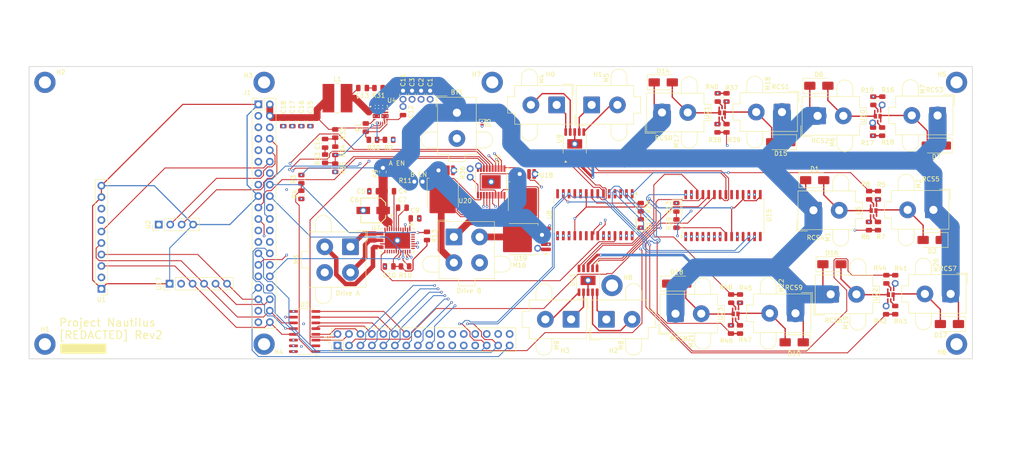
<source format=kicad_pcb>
(kicad_pcb
	(version 20241229)
	(generator "pcbnew")
	(generator_version "9.0")
	(general
		(thickness 1.6)
		(legacy_teardrops no)
	)
	(paper "A4")
	(layers
		(0 "F.Cu" signal)
		(4 "In1.Cu" signal)
		(6 "In2.Cu" signal)
		(2 "B.Cu" signal)
		(9 "F.Adhes" user "F.Adhesive")
		(11 "B.Adhes" user "B.Adhesive")
		(13 "F.Paste" user)
		(15 "B.Paste" user)
		(5 "F.SilkS" user "F.Silkscreen")
		(7 "B.SilkS" user "B.Silkscreen")
		(1 "F.Mask" user)
		(3 "B.Mask" user)
		(17 "Dwgs.User" user "User.Drawings")
		(19 "Cmts.User" user "User.Comments")
		(21 "Eco1.User" user "User.Eco1")
		(23 "Eco2.User" user "User.Eco2")
		(25 "Edge.Cuts" user)
		(27 "Margin" user)
		(31 "F.CrtYd" user "F.Courtyard")
		(29 "B.CrtYd" user "B.Courtyard")
		(35 "F.Fab" user)
		(33 "B.Fab" user)
		(39 "User.1" user)
		(41 "User.2" user)
		(43 "User.3" user)
		(45 "User.4" user)
	)
	(setup
		(stackup
			(layer "F.SilkS"
				(type "Top Silk Screen")
			)
			(layer "F.Paste"
				(type "Top Solder Paste")
			)
			(layer "F.Mask"
				(type "Top Solder Mask")
				(thickness 0.01)
			)
			(layer "F.Cu"
				(type "copper")
				(thickness 0.035)
			)
			(layer "dielectric 1"
				(type "prepreg")
				(thickness 0.1)
				(material "FR4")
				(epsilon_r 4.5)
				(loss_tangent 0.02)
			)
			(layer "In1.Cu"
				(type "copper")
				(thickness 0.035)
			)
			(layer "dielectric 2"
				(type "core")
				(thickness 1.24)
				(material "FR4")
				(epsilon_r 4.5)
				(loss_tangent 0.02)
			)
			(layer "In2.Cu"
				(type "copper")
				(thickness 0.035)
			)
			(layer "dielectric 3"
				(type "prepreg")
				(thickness 0.1)
				(material "FR4")
				(epsilon_r 4.5)
				(loss_tangent 0.02)
			)
			(layer "B.Cu"
				(type "copper")
				(thickness 0.035)
			)
			(layer "B.Mask"
				(type "Bottom Solder Mask")
				(thickness 0.01)
			)
			(layer "B.Paste"
				(type "Bottom Solder Paste")
			)
			(layer "B.SilkS"
				(type "Bottom Silk Screen")
			)
			(copper_finish "None")
			(dielectric_constraints no)
		)
		(pad_to_mask_clearance 0)
		(allow_soldermask_bridges_in_footprints no)
		(tenting front back)
		(pcbplotparams
			(layerselection 0x00000000_00000000_55555555_5755f5ff)
			(plot_on_all_layers_selection 0x00000000_00000000_00000000_00000000)
			(disableapertmacros no)
			(usegerberextensions yes)
			(usegerberattributes yes)
			(usegerberadvancedattributes yes)
			(creategerberjobfile yes)
			(dashed_line_dash_ratio 12.000000)
			(dashed_line_gap_ratio 3.000000)
			(svgprecision 4)
			(plotframeref yes)
			(mode 1)
			(useauxorigin no)
			(hpglpennumber 1)
			(hpglpenspeed 20)
			(hpglpendiameter 15.000000)
			(pdf_front_fp_property_popups yes)
			(pdf_back_fp_property_popups yes)
			(pdf_metadata yes)
			(pdf_single_document no)
			(dxfpolygonmode yes)
			(dxfimperialunits yes)
			(dxfusepcbnewfont yes)
			(psnegative no)
			(psa4output no)
			(plot_black_and_white yes)
			(sketchpadsonfab no)
			(plotpadnumbers no)
			(hidednponfab no)
			(sketchdnponfab yes)
			(crossoutdnponfab yes)
			(subtractmaskfromsilk yes)
			(outputformat 1)
			(mirror no)
			(drillshape 0)
			(scaleselection 1)
			(outputdirectory "../Avionics_Rev2/Gerbers/")
		)
	)
	(net 0 "")
	(net 1 "GND")
	(net 2 "+BATT")
	(net 3 "+5V")
	(net 4 "Net-(U7-CP)")
	(net 5 "Net-(U7-CPL)")
	(net 6 "Net-(U7-CPH)")
	(net 7 "Net-(C4-Pad1)")
	(net 8 "Net-(U7-DVDD)")
	(net 9 "Net-(U7-AVDD)")
	(net 10 "Net-(D12-A)")
	(net 11 "Net-(D13-A)")
	(net 12 "/Gpio2")
	(net 13 "/Gpio0")
	(net 14 "Net-(D1-A)")
	(net 15 "Net-(J1-GPIO_15)")
	(net 16 "Net-(D14-A)")
	(net 17 "/Gpio5")
	(net 18 "Net-(D15-A)")
	(net 19 "Net-(D16-A)")
	(net 20 "Net-(D17-A)")
	(net 21 "Net-(J1-GPIO_14)")
	(net 22 "Net-(D18-A)")
	(net 23 "Net-(D19-A)")
	(net 24 "/Gpio3")
	(net 25 "/Gpio6")
	(net 26 "/SPI1.SCLK")
	(net 27 "unconnected-(J1-GPIO_2-Pad3)")
	(net 28 "/I2C0.SCL")
	(net 29 "/SPI0.MOSI")
	(net 30 "/Gpio1")
	(net 31 "+3V3")
	(net 32 "/SPI1.CE2")
	(net 33 "/SPI0.MISO")
	(net 34 "/Gpio8")
	(net 35 "/Pwm1")
	(net 36 "/Pwm0")
	(net 37 "/Gpio4")
	(net 38 "/Gpio7")
	(net 39 "/I2C0.SDA")
	(net 40 "unconnected-(J1-GPIO_7-Pad26)")
	(net 41 "unconnected-(J1-GPIO_3-Pad5)")
	(net 42 "/A4")
	(net 43 "unconnected-(J2-Pin_21-Pad21)")
	(net 44 "/D22")
	(net 45 "unconnected-(J2-Pin_23-Pad23)")
	(net 46 "unconnected-(J2-Pin_18-Pad18)")
	(net 47 "/D25")
	(net 48 "unconnected-(J2-Pin_16-Pad16)")
	(net 49 "unconnected-(J2-Pin_19-Pad19)")
	(net 50 "/D23")
	(net 51 "/A6")
	(net 52 "/D27")
	(net 53 "/A7")
	(net 54 "/A1")
	(net 55 "/A5")
	(net 56 "unconnected-(J2-Pin_25-Pad25)")
	(net 57 "/D29")
	(net 58 "/A2")
	(net 59 "/D26")
	(net 60 "/A3")
	(net 61 "/D24")
	(net 62 "/D28")
	(net 63 "/D30")
	(net 64 "Net-(M3-A)")
	(net 65 "Net-(M3-C)")
	(net 66 "Net-(M3-B)")
	(net 67 "/SPI1.MOSI")
	(net 68 "/SPI1.CE1")
	(net 69 "/SPI0.CE0")
	(net 70 "/SPI0.SCLK")
	(net 71 "/SPI1.MISO")
	(net 72 "/SPI1.CE0")
	(net 73 "Net-(M4--)")
	(net 74 "Net-(M4-+)")
	(net 75 "Net-(M5-+)")
	(net 76 "/A0")
	(net 77 "Net-(U6-G1)")
	(net 78 "/D0")
	(net 79 "/D1")
	(net 80 "Net-(U6-G2)")
	(net 81 "Net-(M5--)")
	(net 82 "/D8")
	(net 83 "/D7")
	(net 84 "Net-(M8-+)")
	(net 85 "Net-(M8--)")
	(net 86 "/D6")
	(net 87 "/D5")
	(net 88 "Net-(U10-G1)")
	(net 89 "Net-(U10-G2)")
	(net 90 "/D10")
	(net 91 "/D9")
	(net 92 "Net-(M9-+)")
	(net 93 "Net-(M9--)")
	(net 94 "/D12")
	(net 95 "/D11")
	(net 96 "Net-(U18-S1)")
	(net 97 "Net-(U21-G1)")
	(net 98 "/D15")
	(net 99 "/D31")
	(net 100 "unconnected-(U1-INT-Pad7)")
	(net 101 "unconnected-(U7-NC-Pad24)")
	(net 102 "unconnected-(U7-NC-Pad25)")
	(net 103 "unconnected-(U7-DACOUT2{slash}_SOX-Pad36)")
	(net 104 "unconnected-(U7-NC-Pad39)")
	(net 105 "/D2")
	(net 106 "/D3")
	(net 107 "unconnected-(U7-DACOUT2-Pad38)")
	(net 108 "unconnected-(U7-NC-Pad22)")
	(net 109 "unconnected-(U7-DACOUT1-Pad37)")
	(net 110 "unconnected-(U7-NC-Pad23)")
	(net 111 "unconnected-(U7-EXT_CLK-Pad33)")
	(net 112 "unconnected-(U7-EXT_WD-Pad32)")
	(net 113 "/D4")
	(net 114 "unconnected-(U8-INTB-Pad19)")
	(net 115 "/D14")
	(net 116 "unconnected-(U8-NC-Pad11)")
	(net 117 "unconnected-(U8-INTA-Pad20)")
	(net 118 "unconnected-(U8-NC-Pad14)")
	(net 119 "/D13")
	(net 120 "/D17")
	(net 121 "/D16")
	(net 122 "unconnected-(U15-NC-Pad11)")
	(net 123 "unconnected-(U15-INTA-Pad20)")
	(net 124 "/D21")
	(net 125 "/D20")
	(net 126 "unconnected-(U15-INTB-Pad19)")
	(net 127 "/D18")
	(net 128 "/D19")
	(net 129 "unconnected-(U15-NC-Pad14)")
	(net 130 "Net-(U4-VCC)")
	(net 131 "Net-(C13-Pad1)")
	(net 132 "Net-(C13-Pad2)")
	(net 133 "Net-(C14-Pad2)")
	(net 134 "Net-(C14-Pad1)")
	(net 135 "Net-(U21-G2)")
	(net 136 "Net-(U22-G1)")
	(net 137 "Net-(U22-G2)")
	(net 138 "Net-(U23-G1)")
	(net 139 "unconnected-(J2-Pin_32-Pad32)")
	(net 140 "Net-(U23-G2)")
	(net 141 "Net-(U19-G1)")
	(net 142 "Net-(U20-G1)")
	(net 143 "Net-(M16-C)")
	(net 144 "Net-(M16-A)")
	(net 145 "Net-(M16-B)")
	(net 146 "Net-(U4-PG)")
	(net 147 "Net-(U4-EN)")
	(net 148 "Net-(U4-VBST)")
	(net 149 "Net-(U4-FB)")
	(net 150 "unconnected-(U7-SW_BK-Pad5)")
	(net 151 "Net-(D2-A)")
	(net 152 "Net-(U18-G1)")
	(net 153 "Net-(U20-G2)")
	(net 154 "Net-(D6-A)")
	(net 155 "Net-(D7-A)")
	(net 156 "Net-(U18-G2)")
	(net 157 "Net-(U19-G2)")
	(net 158 "Net-(U18-S2)")
	(footprint "Package_SO:SSOP-10-1EP_3.9x4.9mm_P1mm_EP2.1x3.3mm" (layer "F.Cu") (at 142.2 64.6125 -90))
	(footprint "Package_SO:SOIC-16_3.9x9.9mm_P1.27mm" (layer "F.Cu") (at 79.475 75.945 180))
	(footprint "Package_TO_SOT_SMD:TO-252-4" (layer "F.Cu") (at 110.03 45.29 -90))
	(footprint "Capacitor_SMD:C_0805_2012Metric" (layer "F.Cu") (at 84 34.25 90))
	(footprint "Nautilus:CONV_TPS513885VABR" (layer "F.Cu") (at 96.3 27.85))
	(footprint "Resistor_SMD:R_0805_2012Metric" (layer "F.Cu") (at 205.325 24.8375 -90))
	(footprint "Resistor_SMD:R_0805_2012Metric" (layer "F.Cu") (at 175.825 75.4925 90))
	(footprint "Package_SO:SSOP-10-1EP_3.9x4.9mm_P1mm_EP2.1x3.3mm" (layer "F.Cu") (at 139.25 34.3875 90))
	(footprint "Resistor_SMD:R_0805_2012Metric" (layer "F.Cu") (at 98.1625 33.477))
	(footprint "Resistor_SMD:R_0805_2012Metric" (layer "F.Cu") (at 78.75 45.6625 -90))
	(footprint "Capacitor_SMD:C_0805_2012Metric" (layer "F.Cu") (at 98.174999 61.525))
	(footprint "Connector_Molex:Molex_Mega-Fit_76829-0002_2x01_P5.70mm_Vertical" (layer "F.Cu") (at 192.0818 49.09 90))
	(footprint "Resistor_SMD:R_0805_2012Metric" (layer "F.Cu") (at 173.825 75.4925 90))
	(footprint "Resistor_SMD:R_0805_2012Metric" (layer "F.Cu") (at 172.84 24.0875 -90))
	(footprint "MountingHole:MountingHole_2.7mm_M2.5_DIN965_Pad" (layer "F.Cu") (at 70.5 20.75))
	(footprint "Resistor_SMD:R_0805_2012Metric" (layer "F.Cu") (at 175.825 68.6675 -90))
	(footprint "Connector_Molex:Molex_Mega-Fit_76829-0004_2x02_P5.70mm_Vertical"
		(layer "F.Cu")
		(uuid "1dc766f0-81fa-4f19-9ac9-024b81dc6035")
		(at 89.624999 57.17 -90)
		(descr "Molex Mega-Fit Power Connectors, 76829-0004 (compatible alternatives: 172065-0004, 172065-1004), 2 Pins per row (http://www.molex.com/pdm_docs/sd/768290004_sd.pdf), generated with kicad-footprint-generator")
		(tags "connector Molex Mega-Fit vertical")
		(property "Reference" "M3"
			(at 2.83 12.025 90)
			(layer "F.SilkS")
			(uuid "2b273a8a-2c46-487e-a03e-4fda46fd9925")
			(effects
				(font
					(size 1 1)
					(thickness 0.15)
				)
			)
		)
		(property "Value" "Drive0"
			(at 2.83 13.525 90)
			(layer "F.Fab")
			(uuid "8a61ac8f-1fe0-4201-b6a4-cc7b64fe6533")
			(effects
				(font
					(size 1 1)
					(thickness 0.15)
				)
			)
		)
		(property "Datasheet" ""
			(at 0 0 90)
			(layer "F.Fab")
			(hide yes)
			(uuid "af7f1d89-c1d3-4198-8e44-e2097d283512")
			(effects
				(font
					(size 1.27 1.27)
					(thickness 0.15)
				)
			)
		)
		(property "Description" ""
			(at 0 0 90)
			(layer "F.Fab")
			(hide yes)
			(uuid "03661014-f597-4bd8-a49d-ae5c1bfb9cde")
			(effects
				(font
					(size 1.27 1.27)
					(thickness 0.15)
				)
			)
		)
		(path "/967954ea-530d-4a94-ac4f-d0d6c99c01a4/8772c904-a940-4ed1-9bcf-d77ddb01c857")
		(sheetname "/Motors/")
		(sheetfile "motors.kicad_sch")
		(attr through_hole)
		(fp_line
			(start 1.04 10.83)
			(end 2.85 10.83)
			(stroke
				(width 0.12)
				(type solid)
			)
			(layer "F.SilkS")
			(uuid "36b0dd96-64ba-407c-baf5-455d565f5ac5")
		)
		(fp_line
			(start 4.66 10.83)
			(end 2.85 10.83)
			(stroke
				(width 0.12)
				(type solid)
			)
			(layer "F.SilkS")
			(uuid "086788fc-aaaa-42ff-a353-d9d33c46d082")
		)
		(fp_line
			(start -3.285 9.28)
			(end 1.04 9.28)
			(stroke
				(width 0.12)
				(type solid)
			)
			(layer "F.SilkS")
			(uuid "a1ab2a26-691c-4e92-94ab-f6028374a788")
		)
		(fp_line
			(start 1.04 9.28)
			(end 1.04 10.83)
			(stroke
				(width 0.12)
				(type solid)
			)
			(layer "F.SilkS")
			(uuid "8fca0162-e8cc-493a-af1d-973d6f8f0561")
		)
		(fp_line
			(start 4.66 9.28)
			(end 4.66 10.83)
			(stroke
				(width 0.12)
				(type solid)
			)
			(layer "F.SilkS")
			(uuid "346215fe-d5c9-4d0c-98a4-f2c2f1633363")
		)
		(fp_line
			(start 8.985 9.28)
			(end 4.66 9.28)
			(stroke
				(width 0.12)
				(type solid)
			)
			(layer "F.SilkS")
			(uuid "cadc2f41-14b4-4863-b214-96be241d4246")
		)
		(fp_line
			(start -5.17 7.785)
			(end -3.285 7.785)
			(stroke
				(width 0.12)
				(type solid)
			)
			(layer "F.SilkS")
			(uuid "281b4a06-58fd-4c13-873b-de8179b07999")
		)
		(fp_line
			(start 10.87 7.785)
			(end 8.985 7.785)
			(stroke
				(width 0.12)
				(type solid)
			)
			(layer "F.SilkS")
			(uuid "de38e4ad-1c72-4938-9b03-6bfb4c07e8ef")
		)
		(fp_line
			(start -5.17 4.265)
			(end -3.285 4.265)
			(stroke
				(width 0.12)
				(type solid)
			)
			(layer "F.SilkS")
			(uuid "c6b5c0b1-d94d-47a7-addc-a7251b2631f2")
		)
		(fp_line
			(start 10.87 4.265)
			(end 8.985 4.265)
			(stroke
				(width 0.12)
				(type solid)
			)
			(layer "F.SilkS")
			(uuid "135b4335-ce80-4496-ae58-07930b99b490")
		)
		(fp_line
			(start -3.585 -1.31)
			(end -3.585 -3.72)
			(stroke
				(width 0.12)
				(type solid)
			)
			(layer "F.SilkS")
			(uuid "8b1632b1-3892-4679-8dd7-3178de1bd180")
		)
		(fp_line
			(start -3.285 -3.42)
			(end -3.285 9.28)
			(stroke
				(width 0.12)
				(type solid)
			)
			(layer "F.SilkS")
			(uuid "5b837eb4-a966-4355-8831-71c812d8aea8")
		)
		(fp_line
			(start 2.85 -3.42)
			(end -3.285 -3.42)
			(stroke
				(width 0.12)
				(type solid)
			)
			(layer "F.SilkS")
			(uuid "c68eb023-53dd-46bd-b85e-42dde789f287")
		)
		(fp_line
			(start 2.85 -3.42)
			(end 8.985 -3.42)
			(stroke
				(width 0.12)
				(type solid)
			)
			(layer "F.SilkS")
			(uuid "612b1309-dcbf-4662-9882-861303801906")
		)
		(fp_line
			(start 8.985 -3.42)
			(end 8.985 9.28)
			(stroke
				(width 0.12)
				(type solid)
			)
			(layer "F.SilkS")
			(uuid "52cbfeb3-dff6-4774-80e3-0b8582d2be12")
		)
		(fp_line
			(start -3.585 -3.72)
			(end -1.175 -3.72)
			(stroke
				(width 0.12)
				(type solid)
			)
			(layer "F.SilkS")
			(uuid "d80be535-b084-47ce-9e47-0aff50cf3867")
		)
		(fp_arc
			(start -5.17 7.785)
			(mid -6.93 6.025)
			(end -5.17 4.265)
			(stroke
				(width 0.12)
				(type solid)
			)
			(layer "F.SilkS")
			(uuid "cd271cc5-87dd-49ac-9975-f966474b85df")
		)
		(fp_arc
			(start 10.87 4.265)
			(mid 12.63 6.025)
			(end 10.87 7.785)
			(stroke
				(width 0.12)
				(type solid)
			)
			(layer "F.SilkS")
			(uuid "783f73ae-2320-4d1e-9c7f-b121e58efb46")
		)
		(fp_line
			(start -7.2 11.22)
			(end 12.9 11.22)
			(stroke
				(width 0.05)
				(type solid)
			)
			(layer "F.CrtYd")
			(uuid "57580674-bb57-4c4e-bdae-57944c6b7eaa")
		)
		(fp_line
			(start 12.9 11.22)
			(end 12.9 4)
			(stroke
				(width 0.05)
				(type solid)
			)
			(layer "F.CrtYd")
			(uuid "e66dd4cd-908d-401f-88cb-7b11e53a9279")
		)
		(fp_line
			(start -7.2 4)
			(end -7.2 11.22)
			(stroke
				(width 0.05)
				(type solid)
			)
			(layer "F.CrtYd")
			(uuid "f55a856a-a765-49a9-8c2b-3008fab6058a")
		)
		(fp_line
			(start -3.68 4)
			(end -7.2 4)
			(stroke
				(width 0.05)
				(type solid)
			)
			(layer "F.CrtYd")
... [1189286 chars truncated]
</source>
